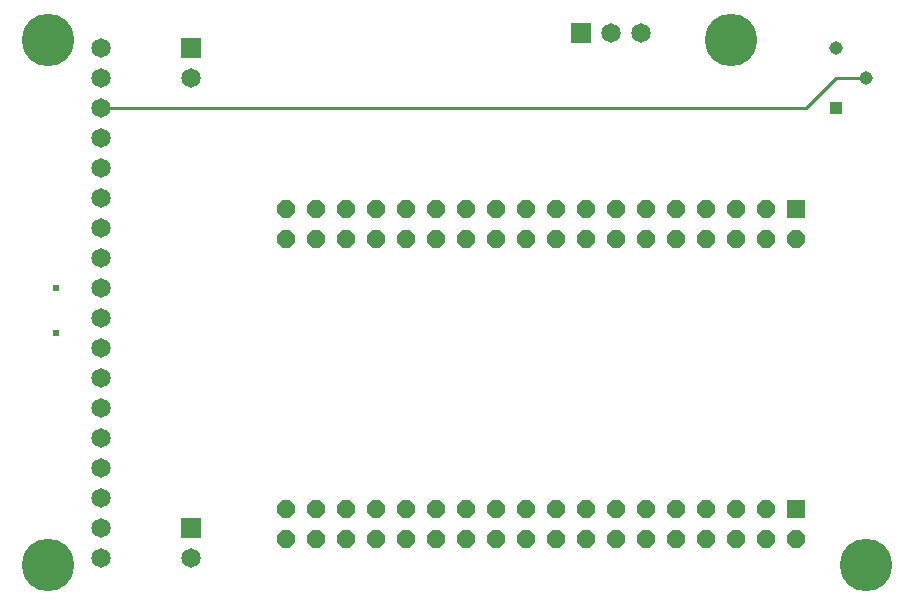
<source format=gbr>
G04 EAGLE Gerber RS-274X export*
G75*
%MOMM*%
%FSLAX34Y34*%
%LPD*%
%INBottom Copper*%
%IPPOS*%
%AMOC8*
5,1,8,0,0,1.08239X$1,22.5*%
G01*
%ADD10R,1.651000X1.651000*%
%ADD11C,1.651000*%
%ADD12C,4.445000*%
%ADD13R,1.140000X1.140000*%
%ADD14C,1.140000*%
%ADD15R,1.524000X1.524000*%
%ADD16P,1.649562X8X202.500000*%
%ADD17C,0.609600*%
%ADD18C,0.254000*%


D10*
X482600Y482600D03*
D11*
X508000Y482600D03*
X533400Y482600D03*
D12*
X31750Y31750D03*
X31750Y476250D03*
X723900Y31750D03*
X609600Y476250D03*
D10*
X152400Y63500D03*
D11*
X152400Y38100D03*
D10*
X152400Y469900D03*
D11*
X152400Y444500D03*
D13*
X698500Y419100D03*
D14*
X723900Y444500D03*
X698500Y469900D03*
D11*
X76200Y444500D03*
X76200Y419100D03*
X76200Y393700D03*
X76200Y368300D03*
X76200Y342900D03*
X76200Y317500D03*
X76200Y292100D03*
X76200Y266700D03*
X76200Y241300D03*
X76200Y215900D03*
X76200Y190500D03*
X76200Y165100D03*
X76200Y139700D03*
X76200Y114300D03*
X76200Y88900D03*
X76200Y63500D03*
X76200Y38100D03*
X76200Y469900D03*
D15*
X664800Y333000D03*
D16*
X664800Y307600D03*
X639400Y333000D03*
X639400Y307600D03*
X614000Y333000D03*
X614000Y307600D03*
X588600Y333000D03*
X588600Y307600D03*
X563200Y333000D03*
X563200Y307600D03*
X537800Y333000D03*
X537800Y307600D03*
X512400Y333000D03*
X512400Y307600D03*
X487000Y333000D03*
X487000Y307600D03*
X461600Y333000D03*
X461600Y307600D03*
X436200Y333000D03*
X436200Y307600D03*
X410800Y333000D03*
X410800Y307600D03*
X385400Y333000D03*
X385400Y307600D03*
X360000Y333000D03*
X360000Y307600D03*
X334600Y333000D03*
X334600Y307600D03*
X309200Y333000D03*
X309200Y307600D03*
X283800Y333000D03*
X283800Y307600D03*
X258400Y333000D03*
X258400Y307600D03*
X233000Y333000D03*
X233000Y307600D03*
D15*
X664800Y79000D03*
D16*
X664800Y53600D03*
X639400Y79000D03*
X639400Y53600D03*
X614000Y79000D03*
X614000Y53600D03*
X588600Y79000D03*
X588600Y53600D03*
X563200Y79000D03*
X563200Y53600D03*
X537800Y79000D03*
X537800Y53600D03*
X512400Y79000D03*
X512400Y53600D03*
X487000Y79000D03*
X487000Y53600D03*
X461600Y79000D03*
X461600Y53600D03*
X436200Y79000D03*
X436200Y53600D03*
X410800Y79000D03*
X410800Y53600D03*
X385400Y79000D03*
X385400Y53600D03*
X360000Y79000D03*
X360000Y53600D03*
X334600Y79000D03*
X334600Y53600D03*
X309200Y79000D03*
X309200Y53600D03*
X283800Y79000D03*
X283800Y53600D03*
X258400Y79000D03*
X258400Y53600D03*
X233000Y79000D03*
X233000Y53600D03*
D17*
X38100Y228600D03*
X38100Y266700D03*
D18*
X673100Y419100D02*
X698500Y444500D01*
X723900Y444500D01*
X673100Y419100D02*
X76200Y419100D01*
M02*

</source>
